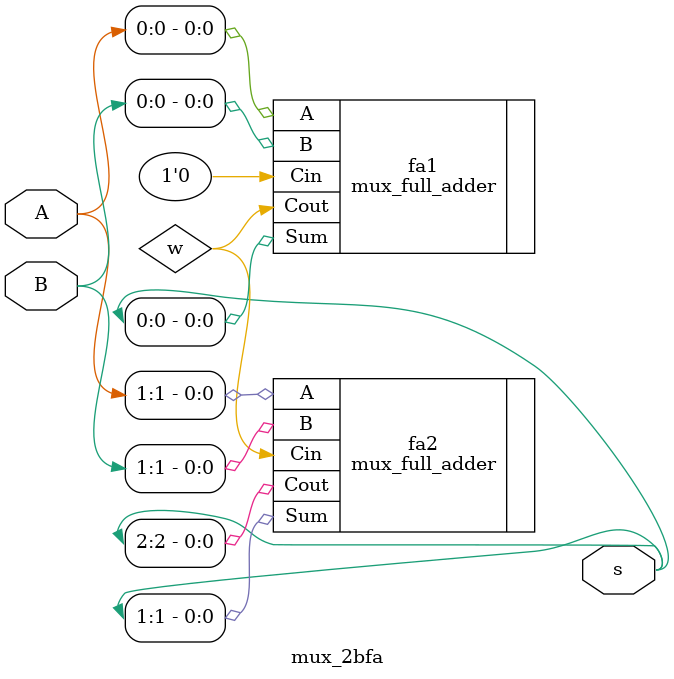
<source format=v>
module mux_2bfa(s, A, B);
    input[1:0] A, B;
    output[2:0] s;
    wire w;

    mux_full_adder fa1(
        .Sum(s[0]),
        .Cout(w),
        .A(A[0]),
        .B(B[0]),
        .Cin(1'b0) // set Cin to ground
    );

    mux_full_adder fa2(
        .Sum(s[1]),
        .Cout(s[2]),
        .A(A[1]),
        .B(B[1]),
        .Cin(w)
    );
    
endmodule
</source>
